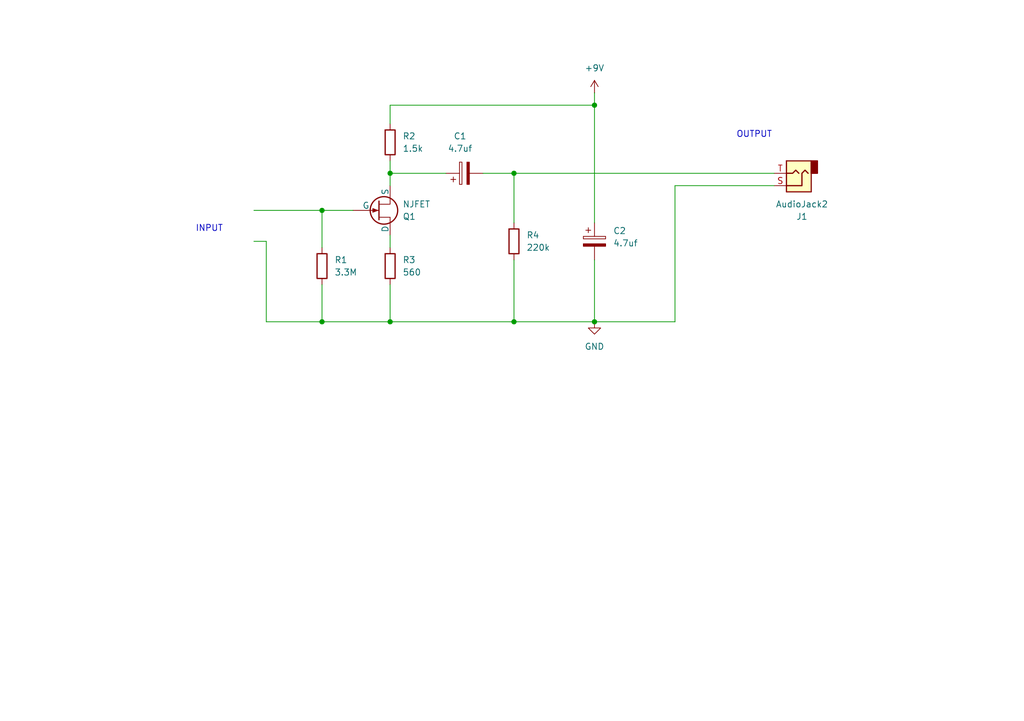
<source format=kicad_sch>
(kicad_sch (version 20250114) (generator "eeschema") (generator_version "9.0")
  (paper "A5")
  (lib_symbols
    (symbol "Connector_Audio:AudioJack2"
      (property "Reference" "J" (at 0 8.89 0))
      (property "Value" "AudioJack2" (at 0 6.35 0))
      (symbol "AudioJack2_0_1"
        (rectangle (start -3.81 0) (end -2.54 -2.54) (stroke (width 0.254)) (fill (type outline)))
        (rectangle (start -2.54 3.81) (end 2.54 -2.54) (stroke (width 0.254)) (fill (type background)))
        (polyline (pts (xy 0 0) (xy 0.635 -0.635) (xy 1.27 0) (xy 2.54 0)) (stroke (width 0.254)))
        (polyline (pts (xy 2.54 2.54) (xy -0.635 2.54) (xy -0.635 0) (xy -1.27 -0.635) (xy -1.905 0)) (stroke (width 0.254)))
      )
      (symbol "AudioJack2_1_1"
        (pin passive line (at 5.08 2.54 180) (length 2.54) (name "~") (number "S"))
        (pin passive line (at 5.08 0 180) (length 2.54) (name "~") (number "T"))
      )
    )
    (symbol "Device:C_Polarized" (pin_numbers (hide yes)) (pin_names (offset 0.254))
      (property "Reference" "C" (at 0.635 2.54 0))
      (property "Value" "C_Polarized" (at 0.635 -2.54 0))
      (symbol "C_Polarized_0_1"
        (rectangle (start -2.286 0.508) (end 2.286 1.016))
        (polyline (pts (xy -1.778 2.286) (xy -0.762 2.286)))
        (polyline (pts (xy -1.27 2.794) (xy -1.27 1.778)))
        (rectangle (start 2.286 -0.508) (end -2.286 -1.016) (fill (type outline)))
      )
      (symbol "C_Polarized_1_1"
        (pin passive line (at 0 3.81 270) (length 2.794) (name "~") (number "1"))
        (pin passive line (at 0 -3.81 90) (length 2.794) (name "~") (number "2"))
      )
    )
    (symbol "Device:R" (pin_numbers (hide yes)) (pin_names (offset 0))
      (property "Reference" "R" (at 2.032 0 90))
      (property "Value" "R" (at 0 0 90))
      (symbol "R_0_1"
        (rectangle (start -1.016 -2.54) (end 1.016 2.54) (stroke (width 0.254)))
      )
      (symbol "R_1_1"
        (pin passive line (at 0 3.81 270) (length 1.27) (name "~") (number "1"))
        (pin passive line (at 0 -3.81 90) (length 1.27) (name "~") (number "2"))
      )
    )
    (symbol "Simulation_SPICE:NJFET" (pin_numbers (hide yes)) (pin_names (offset 0))
      (property "Reference" "Q" (at 5.08 1.27 0))
      (property "Value" "NJFET" (at 5.08 -1.27 0))
      (symbol "NJFET_0_1"
        (polyline (pts (xy 0 0) (xy -1.016 0.381) (xy -1.016 -0.381) (xy 0 0)) (fill (type outline)))
        (polyline (pts (xy 0.254 1.905) (xy 0.254 -1.905) (xy 0.254 -1.905)) (stroke (width 0.254)))
        (circle (center 1.27 0) (radius 2.8194) (stroke (width 0.254)))
        (polyline (pts (xy 2.54 2.54) (xy 2.54 1.397) (xy 0.254 1.397)))
        (polyline (pts (xy 2.54 -2.54) (xy 2.54 -1.27) (xy 0.254 -1.27)))
      )
      (symbol "NJFET_1_1"
        (pin input line (at -5.08 0 0) (length 5.334) (name "G") (number "2"))
        (pin passive line (at 2.54 5.08 270) (length 2.54) (name "D") (number "1"))
        (pin passive line (at 2.54 -5.08 90) (length 2.54) (name "S") (number "3"))
      )
    )
    (symbol "power:+9V" (power) (pin_numbers (hide yes)) (pin_names (offset 0) (hide yes))
      (property "Value" "+9V" (at 0 3.556 0))
      (symbol "+9V_0_1"
        (polyline (pts (xy -0.762 1.27) (xy 0 2.54)))
        (polyline (pts (xy 0 2.54) (xy 0.762 1.27)))
        (polyline (pts (xy 0 0) (xy 0 2.54)))
      )
      (symbol "+9V_1_1"
        (pin power_in line (at 0 0 90) (length 0) (name "~") (number "1"))
      )
    )
    (symbol "power:GND" (power) (pin_numbers (hide yes)) (pin_names (offset 0) (hide yes))
      (property "Value" "GND" (at 0 -3.81 0))
      (symbol "GND_0_1"
        (polyline (pts (xy 0 0) (xy 0 -1.27) (xy 1.27 -1.27) (xy 0 -2.54) (xy -1.27 -1.27) (xy 0 -1.27)))
      )
      (symbol "GND_1_1"
        (pin power_in line (at 0 0 270) (length 0) (name "~") (number "1"))
      )
    )
  )
  (text "OUTPUT" (at 154.686 27.686 0) (effects (font (size 1.27 1.27))))
  (text "INPUT" (at 42.926 46.99 0) (effects (font (size 1.27 1.27))))
  (junction (at 105.41 66.04))
  (junction (at 121.92 21.59))
  (junction (at 66.04 66.04))
  (junction (at 80.01 66.04))
  (junction (at 80.01 35.56))
  (junction (at 105.41 35.56))
  (junction (at 121.92 66.04))
  (junction (at 66.04 43.18))
  (wire (pts (xy 66.04 58.42) (xy 66.04 66.04)))
  (wire (pts (xy 138.43 66.04) (xy 138.43 38.1)))
  (wire (pts (xy 54.61 66.04) (xy 66.04 66.04)))
  (wire (pts (xy 121.92 45.72) (xy 121.92 21.59)))
  (wire (pts (xy 121.92 21.59) (xy 121.92 19.05)))
  (wire (pts (xy 54.61 66.04) (xy 54.61 49.53)))
  (wire (pts (xy 105.41 66.04) (xy 121.92 66.04)))
  (wire (pts (xy 66.04 43.18) (xy 72.39 43.18)))
  (wire (pts (xy 66.04 43.18) (xy 66.04 50.8)))
  (wire (pts (xy 52.07 43.18) (xy 66.04 43.18)))
  (wire (pts (xy 52.07 49.53) (xy 54.61 49.53)))
  (wire (pts (xy 121.92 53.34) (xy 121.92 66.04)))
  (wire (pts (xy 138.43 38.1) (xy 158.75 38.1)))
  (wire (pts (xy 105.41 35.56) (xy 158.75 35.56)))
  (wire (pts (xy 80.01 21.59) (xy 121.92 21.59)))
  (wire (pts (xy 80.01 50.8) (xy 80.01 48.26)))
  (wire (pts (xy 66.04 66.04) (xy 80.01 66.04)))
  (wire (pts (xy 99.06 35.56) (xy 105.41 35.56)))
  (wire (pts (xy 105.41 53.34) (xy 105.41 66.04)))
  (wire (pts (xy 80.01 25.4) (xy 80.01 21.59)))
  (wire (pts (xy 105.41 35.56) (xy 105.41 45.72)))
  (wire (pts (xy 80.01 58.42) (xy 80.01 66.04)))
  (wire (pts (xy 121.92 66.04) (xy 138.43 66.04)))
  (wire (pts (xy 80.01 35.56) (xy 91.44 35.56)))
  (wire (pts (xy 80.01 35.56) (xy 80.01 38.1)))
  (wire (pts (xy 80.01 66.04) (xy 105.41 66.04)))
  (wire (pts (xy 80.01 33.02) (xy 80.01 35.56)))
  (symbol (lib_id "Device:C_Polarized") (at 121.92 49.53 0) (unit 1)
    (property "Reference" "C2" (at 125.73 47.3709 0) (effects (justify left)))
    (property "Value" "4.7uf" (at 125.73 49.9109 0) (effects (justify left)))
    (property "Description" "Polarized capacitor" (effects (hide yes)))
  )
  (symbol (lib_id "Device:R") (at 105.41 49.53 0) (unit 1)
    (property "Reference" "R4" (at 107.95 48.2599 0) (effects (justify left)))
    (property "Value" "220k" (at 107.95 50.7999 0) (effects (justify left)))
    (property "Description" "Resistor" (effects (hide yes)))
  )
  (symbol (lib_id "power:GND") (at 121.92 66.04 0) (unit 1)
    (property "Reference" "#PWR01" (effects (hide yes)))
    (property "Value" "GND" (at 121.92 71.12 0))
    (property "Description" "Power symbol creates a global label with name \"GND\" , ground" (effects (hide yes)))
  )
  (symbol (lib_id "power:+9V") (at 121.92 19.05 0) (unit 1)
    (property "Reference" "#PWR02" (effects (hide yes)))
    (property "Value" "+9V" (at 121.92 13.97 0))
    (property "Description" "Power symbol creates a global label with name \"+9V\"" (effects (hide yes)))
  )
  (symbol (lib_id "Device:R") (at 80.01 54.61 0) (unit 1)
    (property "Reference" "R3" (at 82.55 53.3399 0) (effects (justify left)))
    (property "Value" "560" (at 82.55 55.8799 0) (effects (justify left)))
    (property "Description" "Resistor" (effects (hide yes)))
  )
  (symbol (lib_id "Simulation_SPICE:NJFET") (at 77.47 43.18 0) (mirror x) (unit 1)
    (property "Reference" "Q1" (at 82.55 44.4501 0) (effects (justify left)))
    (property "Value" "NJFET" (at 82.55 41.9101 0) (effects (justify left)))
    (property "Datasheet" "https://ngspice.sourceforge.io/docs/ngspice-html-manual/manual.xhtml#cha_JFETs" (effects (hide yes)))
    (property "Description" "N-JFET transistor, for simulation only" (effects (hide yes)))
    (property "Sim.Device" "NJFET" (effects (hide yes)))
    (property "Sim.Type" "SHICHMANHODGES" (effects (hide yes)))
    (property "Sim.Pins" "1=D 2=G 3=S" (effects (hide yes)))
  )
  (symbol (lib_id "Device:C_Polarized") (at 95.25 35.56 90) (unit 1)
    (property "Reference" "C1" (at 94.361 27.94 90))
    (property "Value" "4.7uf" (at 94.361 30.48 90))
    (property "Description" "Polarized capacitor" (effects (hide yes)))
  )
  (symbol (lib_id "Device:R") (at 80.01 29.21 0) (unit 1)
    (property "Reference" "R2" (at 82.55 27.9399 0) (effects (justify left)))
    (property "Value" "1.5k" (at 82.55 30.4799 0) (effects (justify left)))
    (property "Description" "Resistor" (effects (hide yes)))
  )
  (symbol (lib_id "Device:R") (at 66.04 54.61 0) (unit 1)
    (property "Reference" "R1" (at 68.58 53.3399 0) (effects (justify left)))
    (property "Value" "3.3M" (at 68.58 55.8799 0) (effects (justify left)))
    (property "Description" "Resistor" (effects (hide yes)))
  )
  (symbol (lib_id "Connector_Audio:AudioJack2") (at 163.83 35.56 180) (unit 1)
    (property "Reference" "J1" (at 164.465 44.45 0))
    (property "Value" "AudioJack2" (at 164.465 41.91 0))
    (property "Description" "Audio Jack, 2 Poles (Mono / TS)" (effects (hide yes)))
  )
)
</source>
